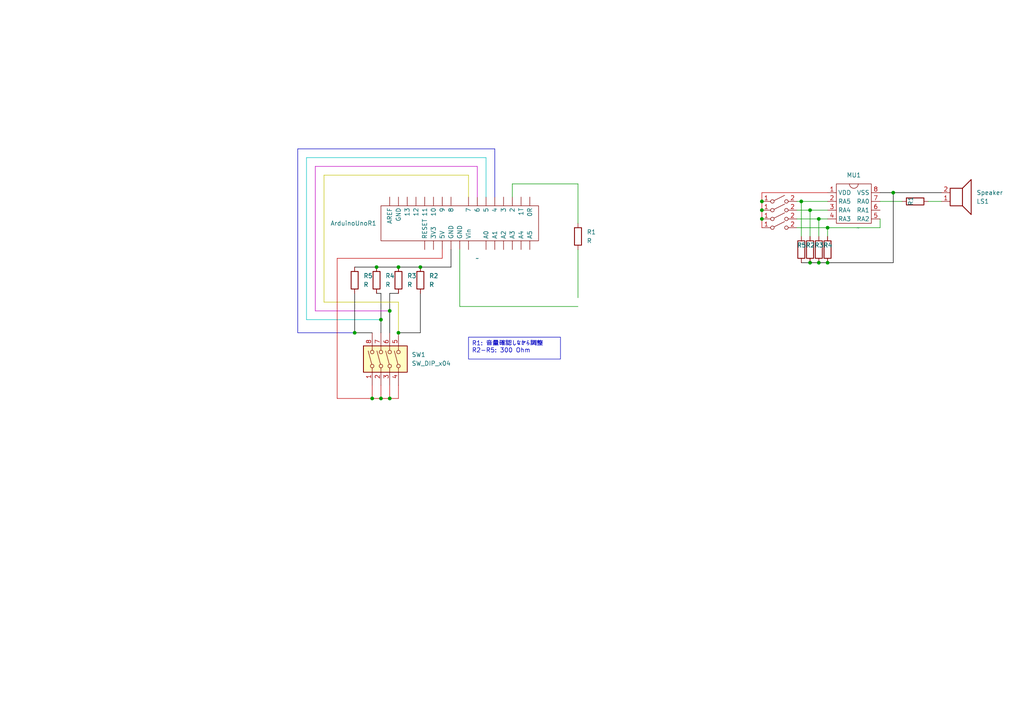
<source format=kicad_sch>
(kicad_sch (version 20230121) (generator eeschema)
  (paper "A4")
  (lib_symbols
    (symbol "Device:R" (pin_numbers hide) (pin_names (offset 0))
      (property "Reference" "R" (at 2.032 0 90))
      (property "Value" "R" (at 0 0 90))
      (symbol "R_0_1"
        (rectangle (start -1.016 -2.54) (end 1.016 2.54) (stroke (width 0.254)))
      )
      (symbol "R_1_1"
        (pin passive line (at 0 3.81 270) (length 1.27) (name "~") (number "1"))
        (pin passive line (at 0 -3.81 90) (length 1.27) (name "~") (number "2"))
      )
    )
    (symbol "Device:Speaker" (pin_names (offset 0) hide)
      (property "Reference" "LS" (at 1.27 5.715 0))
      (property "Value" "Speaker" (at 1.27 3.81 0))
      (symbol "Speaker_0_0"
        (rectangle (start -2.54 1.27) (end 1.016 -3.81) (stroke (width 0.254)))
        (polyline (pts (xy 1.016 1.27) (xy 3.556 3.81) (xy 3.556 -6.35) (xy 1.016 -3.81)) (stroke (width 0.254)))
      )
      (symbol "Speaker_1_1"
        (pin input line (at -5.08 0 0) (length 2.54) (name "1") (number "1"))
        (pin input line (at -5.08 -2.54 0) (length 2.54) (name "2") (number "2"))
      )
    )
    (symbol "Ore:ArduinoUnoR3"
      (property "Reference" "ArduinoUnoR3" (at 0 0 0))
      (symbol "ArduinoUnoR3_0_1"
        (rectangle (start -27.94 15.24) (end 17.78 5.08))
      )
      (symbol "ArduinoUnoR3_1_1"
        (pin unspecified line (at 15.24 17.78 270) (length 2.54) (name "0R") (number ""))
        (pin unspecified line (at -12.7 17.78 270) (length 2.54) (name "10") (number ""))
        (pin unspecified line (at -15.24 17.78 270) (length 2.54) (name "11") (number ""))
        (pin unspecified line (at -17.78 17.78 270) (length 2.54) (name "12") (number ""))
        (pin unspecified line (at -20.32 17.78 270) (length 2.54) (name "13") (number ""))
        (pin unspecified line (at 12.7 17.78 270) (length 2.54) (name "1T") (number ""))
        (pin unspecified line (at 10.16 17.78 270) (length 2.54) (name "2") (number ""))
        (pin unspecified line (at 7.62 17.78 270) (length 2.54) (name "3") (number ""))
        (pin unspecified line (at -12.7 2.54 90) (length 2.54) (name "3V3") (number ""))
        (pin unspecified line (at 5.08 17.78 270) (length 2.54) (name "4") (number ""))
        (pin unspecified line (at 2.54 17.78 270) (length 2.54) (name "5") (number ""))
        (pin unspecified line (at -10.16 2.54 90) (length 2.54) (name "5V") (number ""))
        (pin unspecified line (at 0 17.78 270) (length 2.54) (name "6") (number ""))
        (pin unspecified line (at -2.54 17.78 270) (length 2.54) (name "7") (number ""))
        (pin unspecified line (at -7.62 17.78 270) (length 2.54) (name "8") (number ""))
        (pin unspecified line (at -10.16 17.78 270) (length 2.54) (name "9") (number ""))
        (pin unspecified line (at 2.54 2.54 90) (length 2.54) (name "A0") (number ""))
        (pin unspecified line (at 5.08 2.54 90) (length 2.54) (name "A1") (number ""))
        (pin unspecified line (at 7.62 2.54 90) (length 2.54) (name "A2") (number ""))
        (pin unspecified line (at 10.16 2.54 90) (length 2.54) (name "A3") (number ""))
        (pin unspecified line (at 12.7 2.54 90) (length 2.54) (name "A4") (number ""))
        (pin unspecified line (at 15.24 2.54 90) (length 2.54) (name "A5") (number ""))
        (pin unspecified line (at -25.4 17.78 270) (length 2.54) (name "AREF") (number ""))
        (pin unspecified line (at -22.86 17.78 270) (length 2.54) (name "GND") (number ""))
        (pin unspecified line (at -7.62 2.54 90) (length 2.54) (name "GND") (number ""))
        (pin unspecified line (at -5.08 2.54 90) (length 2.54) (name "GND") (number ""))
        (pin unspecified line (at -15.24 2.54 90) (length 2.54) (name "RESET") (number ""))
        (pin unspecified line (at -2.54 2.54 90) (length 2.54) (name "Vin") (number ""))
      )
    )
    (symbol "Ore:PIC12F1840"
      (property "Reference" "MU" (at 0 0 0))
      (symbol "PIC12F1840_0_1"
        (rectangle (start -6.35 12.7) (end 3.81 1.27))
        (arc (start -2.54 12.7) (mid -2.168 11.802) (end -1.27 11.43))
        (arc (start -1.27 11.43) (mid -0.372 11.802) (end 0 12.7))
      )
      (symbol "PIC12F1840_1_1"
        (pin unspecified line (at -8.89 10.16 0) (length 2.54) (name "VDD") (number "1"))
        (pin unspecified line (at -8.89 7.62 0) (length 2.54) (name "RA5") (number "2"))
        (pin unspecified line (at -8.89 5.08 0) (length 2.54) (name "RA4") (number "3"))
        (pin unspecified line (at -8.89 2.54 0) (length 2.54) (name "RA3") (number "4"))
        (pin unspecified line (at 6.35 2.54 180) (length 2.54) (name "RA2") (number "5"))
        (pin unspecified line (at 6.35 5.08 180) (length 2.54) (name "RA1") (number "6"))
        (pin unspecified line (at 6.35 7.62 180) (length 2.54) (name "RA0") (number "7"))
        (pin unspecified line (at 6.35 10.16 180) (length 2.54) (name "VSS") (number "8"))
      )
    )
    (symbol "Switch:SW_DIP_x04" (pin_names (offset 0) hide)
      (property "Reference" "SW" (at 0 8.89 0))
      (property "Value" "SW_DIP_x04" (at 0 -6.35 0))
      (symbol "SW_DIP_x04_0_0"
        (circle (center -2.032 -2.54) (radius 0.508))
        (circle (center -2.032 0) (radius 0.508))
        (circle (center -2.032 2.54) (radius 0.508))
        (circle (center -2.032 5.08) (radius 0.508))
        (polyline (pts (xy -1.524 -2.3876) (xy 2.3622 -1.3462)))
        (polyline (pts (xy -1.524 0.127) (xy 2.3622 1.1684)))
        (polyline (pts (xy -1.524 2.667) (xy 2.3622 3.7084)))
        (polyline (pts (xy -1.524 5.207) (xy 2.3622 6.2484)))
        (circle (center 2.032 -2.54) (radius 0.508))
        (circle (center 2.032 0) (radius 0.508))
        (circle (center 2.032 2.54) (radius 0.508))
        (circle (center 2.032 5.08) (radius 0.508))
      )
      (symbol "SW_DIP_x04_0_1"
        (rectangle (start -3.81 7.62) (end 3.81 -5.08) (stroke (width 0.254)) (fill (type background)))
      )
      (symbol "SW_DIP_x04_1_1"
        (pin passive line (at -7.62 5.08 0) (length 5.08) (name "~") (number "1"))
        (pin passive line (at -7.62 2.54 0) (length 5.08) (name "~") (number "2"))
        (pin passive line (at -7.62 0 0) (length 5.08) (name "~") (number "3"))
        (pin passive line (at -7.62 -2.54 0) (length 5.08) (name "~") (number "4"))
        (pin passive line (at 7.62 -2.54 180) (length 5.08) (name "~") (number "5"))
        (pin passive line (at 7.62 0 180) (length 5.08) (name "~") (number "6"))
        (pin passive line (at 7.62 2.54 180) (length 5.08) (name "~") (number "7"))
        (pin passive line (at 7.62 5.08 180) (length 5.08) (name "~") (number "8"))
      )
    )
    (symbol "Switch:SW_SPST" (pin_names (offset 0) hide)
      (property "Reference" "SW" (at 0 3.175 0))
      (property "Value" "SW_SPST" (at 0 -2.54 0))
      (symbol "SW_SPST_0_0"
        (circle (center -2.032 0) (radius 0.508))
        (polyline (pts (xy -1.524 0.254) (xy 1.524 1.778)))
        (circle (center 2.032 0) (radius 0.508))
      )
      (symbol "SW_SPST_1_1"
        (pin passive line (at -5.08 0 0) (length 2.54) (name "A") (number "1"))
        (pin passive line (at 5.08 0 180) (length 2.54) (name "B") (number "2"))
      )
    )
  )
  (junction (at 220.98 58.42))
  (junction (at 259.08 55.88))
  (junction (at 121.92 77.47))
  (junction (at 113.03 115.57))
  (junction (at 234.95 60.96))
  (junction (at 237.49 76.2))
  (junction (at 237.49 63.5))
  (junction (at 110.49 92.71))
  (junction (at 220.98 60.96))
  (junction (at 109.22 77.47))
  (junction (at 113.03 90.17))
  (junction (at 115.57 77.47))
  (junction (at 107.95 115.57))
  (junction (at 102.87 96.52))
  (junction (at 240.03 66.04))
  (junction (at 220.98 63.5))
  (junction (at 110.49 115.57))
  (junction (at 234.95 76.2))
  (junction (at 115.57 96.52))
  (junction (at 232.41 58.42))
  (junction (at 240.03 76.2))
  (wire (pts (xy 255.27 63.5) (xy 255.27 66.04)))
  (wire (pts (xy 237.49 76.2) (xy 240.03 76.2)) (stroke (width 0) (color 0 0 0 1)))
  (wire (pts (xy 110.49 92.71) (xy 110.49 85.09)) (stroke (width 0) (color 0 0 0 1)))
  (wire (pts (xy 130.81 77.47) (xy 121.92 77.47)) (stroke (width 0) (color 0 0 0 1)))
  (wire (pts (xy 167.64 88.9) (xy 133.35 88.9)))
  (wire (pts (xy 135.89 50.8) (xy 93.98 50.8)) (stroke (width 0) (color 194 194 0 1)))
  (wire (pts (xy 107.95 111.76) (xy 107.95 115.57)) (stroke (width 0) (color 194 0 0 1)))
  (wire (pts (xy 240.03 76.2) (xy 259.08 76.2)) (stroke (width 0) (color 0 0 0 1)))
  (wire (pts (xy 110.49 111.76) (xy 110.49 115.57)) (stroke (width 0) (color 194 0 0 1)))
  (wire (pts (xy 86.36 96.52) (xy 102.87 96.52)) (stroke (width 0) (color 0 0 194 1)))
  (wire (pts (xy 86.36 43.18) (xy 86.36 96.52)) (stroke (width 0) (color 0 0 194 1)))
  (wire (pts (xy 234.95 76.2) (xy 237.49 76.2)) (stroke (width 0) (color 0 0 0 1)))
  (wire (pts (xy 130.81 72.39) (xy 130.81 77.47)) (stroke (width 0) (color 0 0 0 1)))
  (wire (pts (xy 110.49 115.57) (xy 113.03 115.57)) (stroke (width 0) (color 194 0 0 1)))
  (wire (pts (xy 259.08 55.88) (xy 273.05 55.88)) (stroke (width 0) (color 0 0 0 1)))
  (wire (pts (xy 135.89 50.8) (xy 135.89 57.15)) (stroke (width 0) (color 194 194 0 1)))
  (wire (pts (xy 115.57 77.47) (xy 109.22 77.47)) (stroke (width 0) (color 0 0 0 1)))
  (wire (pts (xy 143.51 43.18) (xy 86.36 43.18)) (stroke (width 0) (color 0 0 194 1)))
  (wire (pts (xy 167.64 72.39) (xy 167.64 86.36)))
  (wire (pts (xy 231.14 58.42) (xy 232.41 58.42)))
  (wire (pts (xy 88.9 92.71) (xy 110.49 92.71)) (stroke (width 0) (color 0 194 194 1)))
  (wire (pts (xy 220.98 55.88) (xy 220.98 58.42)) (stroke (width 0) (color 194 0 0 1)))
  (wire (pts (xy 255.27 58.42) (xy 261.62 58.42)))
  (wire (pts (xy 93.98 87.63) (xy 115.57 87.63)) (stroke (width 0) (color 194 194 0 1)))
  (wire (pts (xy 234.95 60.96) (xy 234.95 68.58)))
  (wire (pts (xy 121.92 96.52) (xy 121.92 85.09)) (stroke (width 0) (color 0 0 0 1)))
  (wire (pts (xy 234.95 60.96) (xy 240.03 60.96)))
  (wire (pts (xy 115.57 87.63) (xy 115.57 96.52)) (stroke (width 0) (color 194 194 0 1)))
  (wire (pts (xy 138.43 48.26) (xy 138.43 57.15)) (stroke (width 0) (color 194 0 194 1)))
  (wire (pts (xy 232.41 76.2) (xy 234.95 76.2)) (stroke (width 0) (color 0 0 0 1)))
  (wire (pts (xy 107.95 96.52) (xy 102.87 96.52)) (stroke (width 0) (color 0 0 0 1)))
  (wire (pts (xy 88.9 45.72) (xy 88.9 92.71)) (stroke (width 0) (color 0 194 194 1)))
  (wire (pts (xy 107.95 115.57) (xy 110.49 115.57)) (stroke (width 0) (color 194 0 0 1)))
  (wire (pts (xy 113.03 85.09) (xy 115.57 85.09)) (stroke (width 0) (color 0 0 0 1)))
  (wire (pts (xy 148.59 57.15) (xy 148.59 53.34)))
  (wire (pts (xy 237.49 63.5) (xy 237.49 68.58)))
  (wire (pts (xy 220.98 58.42) (xy 220.98 60.96)) (stroke (width 0) (color 194 0 0 1)))
  (wire (pts (xy 128.27 74.93) (xy 97.79 74.93)) (stroke (width 0) (color 194 0 0 1)))
  (wire (pts (xy 91.44 48.26) (xy 91.44 90.17)) (stroke (width 0) (color 194 0 194 1)))
  (wire (pts (xy 255.27 55.88) (xy 259.08 55.88)) (stroke (width 0) (color 0 0 0 1)))
  (wire (pts (xy 232.41 58.42) (xy 240.03 58.42)))
  (wire (pts (xy 148.59 53.34) (xy 167.64 53.34)))
  (wire (pts (xy 93.98 50.8) (xy 93.98 87.63)) (stroke (width 0) (color 194 194 0 1)))
  (wire (pts (xy 110.49 96.52) (xy 110.49 92.71)) (stroke (width 0) (color 0 0 0 1)))
  (wire (pts (xy 220.98 60.96) (xy 220.98 63.5)) (stroke (width 0) (color 194 0 0 1)))
  (wire (pts (xy 167.64 53.34) (xy 167.64 64.77)))
  (wire (pts (xy 231.14 66.04) (xy 240.03 66.04)))
  (wire (pts (xy 140.97 45.72) (xy 140.97 57.15)) (stroke (width 0) (color 0 194 194 1)))
  (wire (pts (xy 115.57 96.52) (xy 121.92 96.52)) (stroke (width 0) (color 0 0 0 1)))
  (wire (pts (xy 138.43 48.26) (xy 91.44 48.26)) (stroke (width 0) (color 194 0 194 1)))
  (wire (pts (xy 240.03 66.04) (xy 240.03 68.58)))
  (wire (pts (xy 240.03 66.04) (xy 255.27 66.04)))
  (wire (pts (xy 109.22 77.47) (xy 102.87 77.47)) (stroke (width 0) (color 0 0 0 1)))
  (wire (pts (xy 97.79 74.93) (xy 97.79 115.57)) (stroke (width 0) (color 194 0 0 1)))
  (wire (pts (xy 220.98 63.5) (xy 220.98 66.04)) (stroke (width 0) (color 194 0 0 1)))
  (wire (pts (xy 115.57 115.57) (xy 115.57 111.76)) (stroke (width 0) (color 194 0 0 1)))
  (wire (pts (xy 231.14 63.5) (xy 237.49 63.5)))
  (wire (pts (xy 269.24 58.42) (xy 273.05 58.42)))
  (wire (pts (xy 232.41 58.42) (xy 232.41 68.58)))
  (wire (pts (xy 259.08 55.88) (xy 259.08 76.2)) (stroke (width 0) (color 0 0 0 1)))
  (wire (pts (xy 140.97 45.72) (xy 88.9 45.72)) (stroke (width 0) (color 0 194 194 1)))
  (wire (pts (xy 231.14 60.96) (xy 234.95 60.96)))
  (wire (pts (xy 133.35 72.39) (xy 133.35 88.9)))
  (wire (pts (xy 143.51 43.18) (xy 143.51 57.15)) (stroke (width 0) (color 0 0 194 1)))
  (wire (pts (xy 110.49 85.09) (xy 109.22 85.09)) (stroke (width 0) (color 0 0 0 1)))
  (wire (pts (xy 113.03 90.17) (xy 113.03 85.09)) (stroke (width 0) (color 0 0 0 1)))
  (wire (pts (xy 128.27 72.39) (xy 128.27 74.93)) (stroke (width 0) (color 194 0 0 1)))
  (wire (pts (xy 113.03 96.52) (xy 113.03 90.17)) (stroke (width 0) (color 0 0 0 1)))
  (wire (pts (xy 121.92 77.47) (xy 115.57 77.47)) (stroke (width 0) (color 0 0 0 1)))
  (wire (pts (xy 113.03 115.57) (xy 115.57 115.57)) (stroke (width 0) (color 194 0 0 1)))
  (wire (pts (xy 237.49 63.5) (xy 240.03 63.5)))
  (wire (pts (xy 102.87 96.52) (xy 102.87 85.09)) (stroke (width 0) (color 0 0 0 1)))
  (wire (pts (xy 113.03 111.76) (xy 113.03 115.57)) (stroke (width 0) (color 194 0 0 1)))
  (wire (pts (xy 97.79 115.57) (xy 107.95 115.57)) (stroke (width 0) (color 194 0 0 1)))
  (wire (pts (xy 240.03 55.88) (xy 220.98 55.88)) (stroke (width 0) (color 194 0 0 1)))
  (wire (pts (xy 91.44 90.17) (xy 113.03 90.17)) (stroke (width 0) (color 194 0 194 1)))
  (text_box "R1: 音量確認しながら調整\nR2-R5: 300 Ohm" (at 135.89 97.79 0) (size 26.67 6.35) (effects (font (size 1.27 1.27)) (justify left top)))
  (symbol (lib_id "Device:R") (at 240.03 72.39 0) (unit 1)
    (property "Reference" "R4" (at 238.76 71.12 0) (effects (justify left)))
    (property "Value" "R" (effects hide))
  )
  (symbol (lib_id "Ore:ArduinoUnoR3") (at 138.43 74.93 0) (unit 1)
    (property "Reference" "ArduinoUnoR1" (at 109.22 64.77 0) (effects (justify right)))
    (property "Value" "~" (at 138.43 74.93 0))
  )
  (symbol (lib_id "Switch:SW_SPST") (at 226.06 63.5 0) (unit 1)
    (property "Reference" "SW4" (effects hide))
    (property "Value" "SW_SPST" (effects hide))
  )
  (symbol (lib_id "Device:R") (at 102.87 81.28 0) (unit 1)
    (property "Reference" "R5" (at 105.41 80.01 0) (effects (justify left)))
    (property "Value" "R" (at 105.41 82.55 0) (effects (justify left)))
  )
  (symbol (lib_id "Device:Speaker") (at 278.13 58.42 0) (mirror x) (unit 1)
    (property "Reference" "LS1" (at 283.21 58.42 0) (effects (justify left)))
    (property "Value" "Speaker" (at 283.21 55.88 0) (effects (justify left)))
  )
  (symbol (lib_id "Switch:SW_SPST") (at 226.06 66.04 0) (unit 1)
    (property "Reference" "SW5" (effects hide))
    (property "Value" "SW_SPST" (effects hide))
  )
  (symbol (lib_id "Device:R") (at 265.43 58.42 90) (unit 1)
    (property "Reference" "R1" (at 264.16 59.69 0) (effects (justify left)))
    (property "Value" "R" (effects hide))
  )
  (symbol (lib_id "Switch:SW_DIP_x04") (at 113.03 104.14 90) (unit 1)
    (property "Reference" "SW1" (at 119.38 102.87 90) (effects (justify right)))
    (property "Value" "SW_DIP_x04" (at 119.38 105.41 90) (effects (justify right)))
  )
  (symbol (lib_id "Switch:SW_SPST") (at 226.06 60.96 0) (unit 1)
    (property "Reference" "SW3" (effects hide))
    (property "Value" "SW_SPST" (effects hide))
  )
  (symbol (lib_id "Device:R") (at 115.57 81.28 0) (unit 1)
    (property "Reference" "R3" (at 118.11 80.01 0) (effects (justify left)))
    (property "Value" "R" (at 118.11 82.55 0) (effects (justify left)))
  )
  (symbol (lib_id "Device:R") (at 109.22 81.28 0) (unit 1)
    (property "Reference" "R4" (at 111.76 80.01 0) (effects (justify left)))
    (property "Value" "R" (at 111.76 82.55 0) (effects (justify left)))
  )
  (symbol (lib_id "Device:R") (at 232.41 72.39 0) (unit 1)
    (property "Reference" "R5" (at 231.14 71.12 0) (effects (justify left)))
    (property "Value" "R" (effects hide))
  )
  (symbol (lib_id "Ore:PIC12F1840") (at 248.92 66.04 0) (unit 1)
    (property "Reference" "MU1" (at 247.65 50.8 0))
    (property "Value" "~" (at 248.92 66.04 0))
  )
  (symbol (lib_id "Device:R") (at 237.49 72.39 0) (unit 1)
    (property "Reference" "R3" (at 236.22 71.12 0) (effects (justify left)))
    (property "Value" "R" (effects hide))
  )
  (symbol (lib_id "Device:R") (at 234.95 72.39 0) (unit 1)
    (property "Reference" "R2" (at 233.68 71.12 0) (effects (justify left)))
    (property "Value" "R" (effects hide))
  )
  (symbol (lib_id "Device:R") (at 121.92 81.28 0) (unit 1)
    (property "Reference" "R2" (at 124.46 80.01 0) (effects (justify left)))
    (property "Value" "R" (at 124.46 82.55 0) (effects (justify left)))
  )
  (symbol (lib_id "Switch:SW_SPST") (at 226.06 58.42 0) (unit 1)
    (property "Reference" "SW2" (effects hide))
    (property "Value" "SW_SPST" (effects hide))
  )
  (symbol (lib_id "Device:R") (at 167.64 68.58 0) (unit 1)
    (property "Reference" "R1" (at 170.18 67.31 0) (effects (justify left)))
    (property "Value" "R" (at 170.18 69.85 0) (effects (justify left)))
  )
)
</source>
